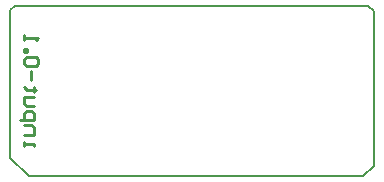
<source format=gbo>
G04*
G04 #@! TF.GenerationSoftware,Altium Limited,Altium Designer,20.2.7 (254)*
G04*
G04 Layer_Color=57008*
%FSLAX25Y25*%
%MOIN*%
G70*
G04*
G04 #@! TF.SameCoordinates,B71D702E-07B6-49CF-9D3A-730439E03F10*
G04*
G04*
G04 #@! TF.FilePolarity,Positive*
G04*
G01*
G75*
%ADD10C,0.00787*%
%ADD49C,0.01000*%
D10*
X1969Y57382D02*
X119685Y57382D01*
X121653Y55413D01*
Y4035D02*
Y55413D01*
X118012Y394D02*
X121653Y4035D01*
X6496Y394D02*
X118032D01*
X394Y6496D02*
X6496Y394D01*
X394Y6496D02*
Y55807D01*
X1969Y57382D01*
D49*
X5035Y10449D02*
Y12023D01*
Y11236D01*
X8184D01*
Y10449D01*
X5035Y14385D02*
X8184D01*
Y16746D01*
X7396Y17533D01*
X5035D01*
X3461Y19107D02*
X8184D01*
Y21469D01*
X7396Y22256D01*
X5822D01*
X5035Y21469D01*
Y19107D01*
X8184Y23830D02*
X5822D01*
X5035Y24618D01*
Y26979D01*
X8184D01*
X8971Y29340D02*
X8184D01*
Y28553D01*
Y30128D01*
Y29340D01*
X5822D01*
X5035Y30128D01*
X7396Y32489D02*
Y35638D01*
X8971Y37212D02*
X9758Y37999D01*
Y39573D01*
X8971Y40360D01*
X5822D01*
X5035Y39573D01*
Y37999D01*
X5822Y37212D01*
X8971D01*
X5035Y41935D02*
X5822D01*
Y42722D01*
X5035D01*
Y41935D01*
Y45870D02*
Y47445D01*
Y46658D01*
X9758D01*
X8971Y45870D01*
M02*

</source>
